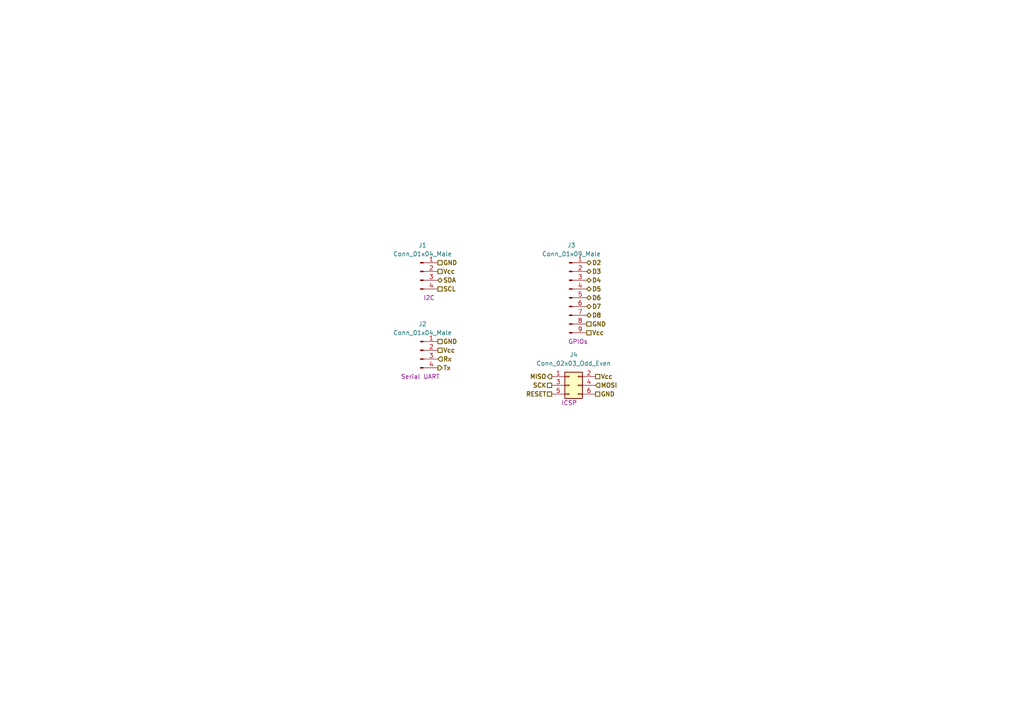
<source format=kicad_sch>
(kicad_sch (version 20211123) (generator eeschema)
  (paper "A4")
  (lib_symbols
    (symbol "Connector:Conn_01x04_Male" (pin_names (offset 1.016) hide)
      (property "Reference" "J" (at 0 5.08 0))
      (property "Value" "Conn_01x04_Male" (at 0 -7.62 0))
      (symbol "Conn_01x04_Male_1_1"
        (polyline (pts (xy 1.27 -5.08) (xy 0.8636 -5.08)) (stroke (width 0.1524)))
        (polyline (pts (xy 1.27 -2.54) (xy 0.8636 -2.54)) (stroke (width 0.1524)))
        (polyline (pts (xy 1.27 0) (xy 0.8636 0)) (stroke (width 0.1524)))
        (polyline (pts (xy 1.27 2.54) (xy 0.8636 2.54)) (stroke (width 0.1524)))
        (rectangle (start 0.8636 -4.953) (end 0 -5.207) (stroke (width 0.1524)) (fill (type outline)))
        (rectangle (start 0.8636 -2.413) (end 0 -2.667) (stroke (width 0.1524)) (fill (type outline)))
        (rectangle (start 0.8636 0.127) (end 0 -0.127) (stroke (width 0.1524)) (fill (type outline)))
        (rectangle (start 0.8636 2.667) (end 0 2.413) (stroke (width 0.1524)) (fill (type outline)))
        (pin passive line (at 5.08 2.54 180) (length 3.81) (name "Pin_1") (number "1"))
        (pin passive line (at 5.08 0 180) (length 3.81) (name "Pin_2") (number "2"))
        (pin passive line (at 5.08 -2.54 180) (length 3.81) (name "Pin_3") (number "3"))
        (pin passive line (at 5.08 -5.08 180) (length 3.81) (name "Pin_4") (number "4"))
      )
    )
    (symbol "Connector:Conn_01x09_Male" (pin_names (offset 1.016) hide)
      (property "Reference" "J" (at 0 12.7 0))
      (property "Value" "Conn_01x09_Male" (at 0 -12.7 0))
      (symbol "Conn_01x09_Male_1_1"
        (polyline (pts (xy 1.27 -10.16) (xy 0.8636 -10.16)) (stroke (width 0.1524)))
        (polyline (pts (xy 1.27 -7.62) (xy 0.8636 -7.62)) (stroke (width 0.1524)))
        (polyline (pts (xy 1.27 -5.08) (xy 0.8636 -5.08)) (stroke (width 0.1524)))
        (polyline (pts (xy 1.27 -2.54) (xy 0.8636 -2.54)) (stroke (width 0.1524)))
        (polyline (pts (xy 1.27 0) (xy 0.8636 0)) (stroke (width 0.1524)))
        (polyline (pts (xy 1.27 2.54) (xy 0.8636 2.54)) (stroke (width 0.1524)))
        (polyline (pts (xy 1.27 5.08) (xy 0.8636 5.08)) (stroke (width 0.1524)))
        (polyline (pts (xy 1.27 7.62) (xy 0.8636 7.62)) (stroke (width 0.1524)))
        (polyline (pts (xy 1.27 10.16) (xy 0.8636 10.16)) (stroke (width 0.1524)))
        (rectangle (start 0.8636 -10.033) (end 0 -10.287) (stroke (width 0.1524)) (fill (type outline)))
        (rectangle (start 0.8636 -7.493) (end 0 -7.747) (stroke (width 0.1524)) (fill (type outline)))
        (rectangle (start 0.8636 -4.953) (end 0 -5.207) (stroke (width 0.1524)) (fill (type outline)))
        (rectangle (start 0.8636 -2.413) (end 0 -2.667) (stroke (width 0.1524)) (fill (type outline)))
        (rectangle (start 0.8636 0.127) (end 0 -0.127) (stroke (width 0.1524)) (fill (type outline)))
        (rectangle (start 0.8636 2.667) (end 0 2.413) (stroke (width 0.1524)) (fill (type outline)))
        (rectangle (start 0.8636 5.207) (end 0 4.953) (stroke (width 0.1524)) (fill (type outline)))
        (rectangle (start 0.8636 7.747) (end 0 7.493) (stroke (width 0.1524)) (fill (type outline)))
        (rectangle (start 0.8636 10.287) (end 0 10.033) (stroke (width 0.1524)) (fill (type outline)))
        (pin passive line (at 5.08 10.16 180) (length 3.81) (name "Pin_1") (number "1"))
        (pin passive line (at 5.08 7.62 180) (length 3.81) (name "Pin_2") (number "2"))
        (pin passive line (at 5.08 5.08 180) (length 3.81) (name "Pin_3") (number "3"))
        (pin passive line (at 5.08 2.54 180) (length 3.81) (name "Pin_4") (number "4"))
        (pin passive line (at 5.08 0 180) (length 3.81) (name "Pin_5") (number "5"))
        (pin passive line (at 5.08 -2.54 180) (length 3.81) (name "Pin_6") (number "6"))
        (pin passive line (at 5.08 -5.08 180) (length 3.81) (name "Pin_7") (number "7"))
        (pin passive line (at 5.08 -7.62 180) (length 3.81) (name "Pin_8") (number "8"))
        (pin passive line (at 5.08 -10.16 180) (length 3.81) (name "Pin_9") (number "9"))
      )
    )
    (symbol "Connector_Generic:Conn_02x03_Odd_Even" (pin_names (offset 1.016) hide)
      (property "Reference" "J" (at 1.27 5.08 0))
      (property "Value" "Conn_02x03_Odd_Even" (at 1.27 -5.08 0))
      (symbol "Conn_02x03_Odd_Even_1_1"
        (rectangle (start -1.27 -2.413) (end 0 -2.667) (stroke (width 0.1524)))
        (rectangle (start -1.27 0.127) (end 0 -0.127) (stroke (width 0.1524)))
        (rectangle (start -1.27 2.667) (end 0 2.413) (stroke (width 0.1524)))
        (rectangle (start -1.27 3.81) (end 3.81 -3.81) (stroke (width 0.254)) (fill (type background)))
        (rectangle (start 3.81 -2.413) (end 2.54 -2.667) (stroke (width 0.1524)))
        (rectangle (start 3.81 0.127) (end 2.54 -0.127) (stroke (width 0.1524)))
        (rectangle (start 3.81 2.667) (end 2.54 2.413) (stroke (width 0.1524)))
        (pin passive line (at -5.08 2.54 0) (length 3.81) (name "Pin_1") (number "1"))
        (pin passive line (at 7.62 2.54 180) (length 3.81) (name "Pin_2") (number "2"))
        (pin passive line (at -5.08 0 0) (length 3.81) (name "Pin_3") (number "3"))
        (pin passive line (at 7.62 0 180) (length 3.81) (name "Pin_4") (number "4"))
        (pin passive line (at -5.08 -2.54 0) (length 3.81) (name "Pin_5") (number "5"))
        (pin passive line (at 7.62 -2.54 180) (length 3.81) (name "Pin_6") (number "6"))
      )
    )
  )
  (hierarchical_label "GND" (shape passive) (at 170.18 93.98 0) (effects (font bold)))
  (hierarchical_label "D6" (shape bidirectional) (at 170.18 86.36 0) (effects (font bold)))
  (hierarchical_label "SCL" (shape passive) (at 127 83.82 0) (effects (font bold)))
  (hierarchical_label "D3" (shape bidirectional) (at 170.18 78.74 0) (effects (font bold)))
  (hierarchical_label "Rx" (shape input) (at 127 104.14 0) (effects (font bold)))
  (hierarchical_label "RESET" (shape passive) (at 160.02 114.3 180) (effects (font bold)))
  (hierarchical_label "D7" (shape bidirectional) (at 170.18 88.9 0) (effects (font bold)))
  (hierarchical_label "Tx" (shape output) (at 127 106.68 0) (effects (font bold)))
  (hierarchical_label "SCK" (shape passive) (at 160.02 111.76 180) (effects (font bold)))
  (hierarchical_label "Vcc" (shape passive) (at 127 101.6 0) (effects (font bold)))
  (hierarchical_label "D4" (shape bidirectional) (at 170.18 81.28 0) (effects (font bold)))
  (hierarchical_label "D2" (shape bidirectional) (at 170.18 76.2 0) (effects (font bold)))
  (hierarchical_label "GND" (shape passive) (at 127 99.06 0) (effects (font bold)))
  (hierarchical_label "Vcc" (shape passive) (at 127 78.74 0) (effects (font bold)))
  (hierarchical_label "SDA" (shape bidirectional) (at 127 81.28 0) (effects (font bold)))
  (hierarchical_label "GND" (shape passive) (at 127 76.2 0) (effects (font bold)))
  (hierarchical_label "D8" (shape bidirectional) (at 170.18 91.44 0) (effects (font bold)))
  (hierarchical_label "Vcc" (shape passive) (at 170.18 96.52 0) (effects (font bold)))
  (hierarchical_label "MOSI" (shape input) (at 172.72 111.76 0) (effects (font bold)))
  (hierarchical_label "Vcc" (shape passive) (at 172.72 109.22 0) (effects (font bold)))
  (hierarchical_label "D5" (shape bidirectional) (at 170.18 83.82 0) (effects (font bold)))
  (hierarchical_label "MISO" (shape output) (at 160.02 109.22 180) (effects (font bold)))
  (hierarchical_label "GND" (shape passive) (at 172.72 114.3 0) (effects (font bold)))
  (symbol (lib_id "Connector:Conn_01x04_Male") (at 121.92 78.74 0) (unit 1)
    (property "Reference" "J1" (at 122.555 71.12 0))
    (property "Value" "Conn_01x04_Male" (at 122.555 73.66 0))
    (property "Footprint" "Connector_PinHeader_2.54mm:PinHeader_1x04_P2.54mm_Vertical" (effects hide))
    (property "Purpose" "I2C" (at 124.46 86.36 0))
  )
  (symbol (lib_id "Connector:Conn_01x09_Male") (at 165.1 86.36 0) (unit 1)
    (property "Reference" "J3" (at 165.735 71.12 0))
    (property "Value" "Conn_01x09_Male" (at 165.735 73.66 0))
    (property "Footprint" "Connector_PinHeader_2.54mm:PinHeader_1x09_P2.54mm_Vertical" (effects hide))
    (property "Purpose" "GPIOs" (at 167.64 99.06 0))
  )
  (symbol (lib_id "Connector:Conn_01x04_Male") (at 121.92 101.6 0) (unit 1)
    (property "Reference" "J2" (at 122.555 93.98 0))
    (property "Value" "Conn_01x04_Male" (at 122.555 96.52 0))
    (property "Footprint" "Connector_PinHeader_2.54mm:PinHeader_1x04_P2.54mm_Vertical" (effects hide))
    (property "Purpose" "Serial UART" (at 121.92 109.22 0))
  )
  (symbol (lib_id "Connector_Generic:Conn_02x03_Odd_Even") (at 165.1 111.76 0) (unit 1)
    (property "Reference" "J4" (at 166.37 102.87 0))
    (property "Value" "Conn_02x03_Odd_Even" (at 166.37 105.41 0))
    (property "Footprint" "Connector_PinHeader_2.54mm:PinHeader_2x03_P2.54mm_Vertical" (effects hide))
    (property "Field4" "ICSP" (at 165.1 116.84 0))
  )
)
</source>
